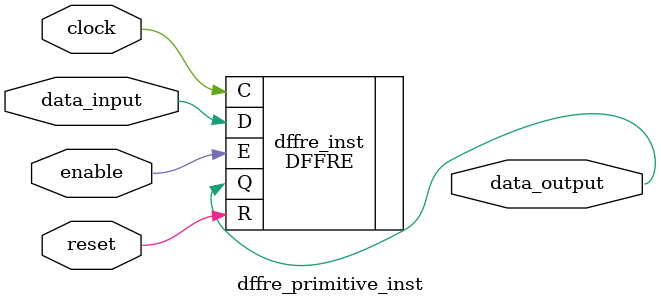
<source format=v>
module dffre_primitive_inst (
  input data_input,    // Data Input
  input reset,         // Active-low, asynchronous reset
  input enable,        // Active-high enable
  input clock,         // Clock
  output reg data_output // Data Output
);

  // Instantiate the DFFRE module
  DFFRE dffre_inst (
    .D(data_input),
    .R(reset),
    .E(enable),
    .C(clock),
    .Q(data_output)
  );

endmodule

</source>
